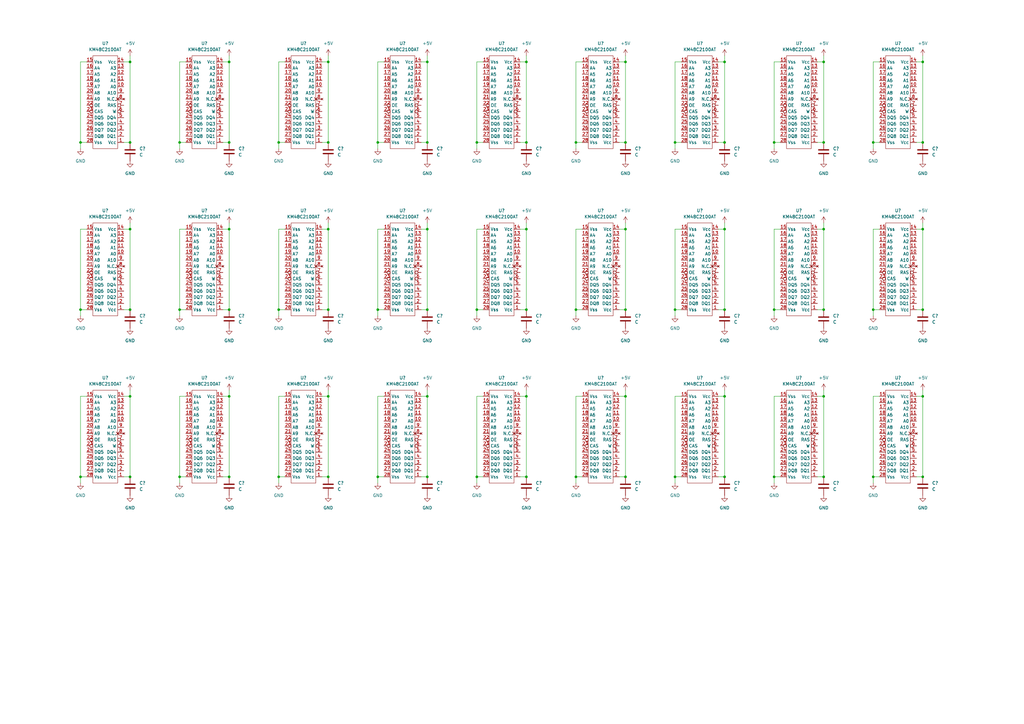
<source format=kicad_sch>
(kicad_sch (version 20211123) (generator eeschema)
  (paper "A3")
  (title_block (title "MCA-P390-MemExp") (date "2023-01-01") (rev "1") (comment 1 "License: CERN-OHL-P-2.0"))
  (lib_symbols
    (symbol "Device:C" (pin_numbers hide) (pin_names (offset 0.254))
      (property "Reference" "C" (at 0.635 2.54 0))
      (property "Value" "C" (at 0.635 -2.54 0))
      (symbol "C_0_1"
        (polyline (pts (xy -2.032 -0.762) (xy 2.032 -0.762)) (stroke (width 0.508)))
        (polyline (pts (xy -2.032 0.762) (xy 2.032 0.762)) (stroke (width 0.508)))
      )
      (symbol "C_1_1"
        (pin passive line (at 0 3.81 270) (length 2.794) (name "~") (number "1"))
        (pin passive line (at 0 -3.81 90) (length 2.794) (name "~") (number "2"))
      )
    )
    (symbol "MCA-P390-MemExp:KM48C2100AT"
      (property "Reference" "U" (at 0 22.86 0))
      (property "Value" "KM48C2100AT" (at 0 0 90))
      (symbol "KM48C2100AT_0_1"
        (polyline (pts (xy -5.08 20.32) (xy -5.08 -17.78) (xy 5.08 -17.78) (xy 5.08 20.32) (xy -5.08 20.32)))
      )
      (symbol "KM48C2100AT_1_1"
        (pin passive line (at -7.62 17.78 0) (length 2.54) (name "Vcc") (number "1"))
        (pin passive line (at -7.62 -5.08 0) (length 2.54) (name "A0") (number "10"))
        (pin passive line (at -7.62 -7.62 0) (length 2.54) (name "A1") (number "11"))
        (pin passive line (at -7.62 -10.16 0) (length 2.54) (name "A2") (number "12"))
        (pin passive line (at -7.62 -12.7 0) (length 2.54) (name "A3") (number "13"))
        (pin passive line (at -7.62 -15.24 0) (length 2.54) (name "Vcc") (number "14"))
        (pin passive line (at 7.62 -15.24 180) (length 2.54) (name "Vss") (number "15"))
        (pin passive line (at 7.62 -12.7 180) (length 2.54) (name "A4") (number "16"))
        (pin passive line (at 7.62 -10.16 180) (length 2.54) (name "A5") (number "17"))
        (pin passive line (at 7.62 -7.62 180) (length 2.54) (name "A6") (number "18"))
        (pin passive line (at 7.62 -5.08 180) (length 2.54) (name "A7") (number "19"))
        (pin passive line (at -7.62 15.24 0) (length 2.54) (name "DQ1") (number "2"))
        (pin passive line (at 7.62 -2.54 180) (length 2.54) (name "A8") (number "20"))
        (pin passive line (at 7.62 0 180) (length 2.54) (name "A9") (number "21"))
        (pin passive inverted (at 7.62 2.54 180) (length 2.54) (name "OE") (number "22"))
        (pin passive inverted (at 7.62 5.08 180) (length 2.54) (name "CAS") (number "23"))
        (pin passive line (at 7.62 7.62 180) (length 2.54) (name "DQ5") (number "24"))
        (pin passive line (at 7.62 10.16 180) (length 2.54) (name "DQ6") (number "25"))
        (pin passive line (at 7.62 12.7 180) (length 2.54) (name "DQ7") (number "26"))
        (pin passive line (at 7.62 15.24 180) (length 2.54) (name "DQ8") (number "27"))
        (pin passive line (at 7.62 17.78 180) (length 2.54) (name "Vss") (number "28"))
        (pin passive line (at -7.62 12.7 0) (length 2.54) (name "DQ2") (number "3"))
        (pin passive line (at -7.62 10.16 0) (length 2.54) (name "DQ3") (number "4"))
        (pin passive line (at -7.62 7.62 0) (length 2.54) (name "DQ4") (number "5"))
        (pin passive inverted (at -7.62 5.08 0) (length 2.54) (name "W") (number "6"))
        (pin passive inverted (at -7.62 2.54 0) (length 2.54) (name "RAS") (number "7"))
        (pin no_connect non_logic (at -7.62 0 0) (length 2.54) (name "N.C.") (number "8"))
        (pin passive line (at -7.62 -2.54 0) (length 2.54) (name "A10") (number "9"))
      )
    )
    (symbol "power:+5V" (power) (pin_names (offset 0))
      (property "Value" "+5V" (at 0 3.556 0))
      (symbol "+5V_0_1"
        (polyline (pts (xy -0.762 1.27) (xy 0 2.54)))
        (polyline (pts (xy 0 0) (xy 0 2.54)))
        (polyline (pts (xy 0 2.54) (xy 0.762 1.27)))
      )
      (symbol "+5V_1_1"
        (pin power_in line (at 0 0 90) (length 0) hide (name "+5V") (number "1"))
      )
    )
    (symbol "power:GND" (power) (pin_names (offset 0))
      (property "Value" "GND" (at 0 -3.81 0))
      (symbol "GND_0_1"
        (polyline (pts (xy 0 0) (xy 0 -1.27) (xy 1.27 -1.27) (xy 0 -2.54) (xy -1.27 -1.27) (xy 0 -1.27)))
      )
      (symbol "GND_1_1"
        (pin power_in line (at 0 0 270) (length 0) hide (name "GND") (number "1"))
      )
    )
  )
  (junction (at 215.9 162.56))
  (junction (at 134.62 93.98))
  (junction (at 154.94 58.42))
  (junction (at 175.26 127))
  (junction (at 175.26 162.56))
  (junction (at 256.54 58.42))
  (junction (at 256.54 162.56))
  (junction (at 33.02 127))
  (junction (at 53.34 195.58))
  (junction (at 33.02 58.42))
  (junction (at 358.14 58.42))
  (junction (at 378.46 58.42))
  (junction (at 33.02 195.58))
  (junction (at 337.82 162.56))
  (junction (at 93.98 127))
  (junction (at 93.98 162.56))
  (junction (at 134.62 127))
  (junction (at 195.58 127))
  (junction (at 297.18 195.58))
  (junction (at 297.18 127))
  (junction (at 53.34 93.98))
  (junction (at 236.22 127))
  (junction (at 215.9 195.58))
  (junction (at 114.3 127))
  (junction (at 337.82 93.98))
  (junction (at 378.46 127))
  (junction (at 175.26 25.4))
  (junction (at 134.62 58.42))
  (junction (at 276.86 195.58))
  (junction (at 53.34 25.4))
  (junction (at 276.86 127))
  (junction (at 114.3 58.42))
  (junction (at 337.82 127))
  (junction (at 317.5 58.42))
  (junction (at 53.34 58.42))
  (junction (at 256.54 127))
  (junction (at 114.3 195.58))
  (junction (at 154.94 195.58))
  (junction (at 256.54 25.4))
  (junction (at 93.98 58.42))
  (junction (at 53.34 162.56))
  (junction (at 276.86 58.42))
  (junction (at 93.98 195.58))
  (junction (at 317.5 127))
  (junction (at 215.9 127))
  (junction (at 73.66 195.58))
  (junction (at 215.9 25.4))
  (junction (at 337.82 195.58))
  (junction (at 73.66 127))
  (junction (at 236.22 58.42))
  (junction (at 195.58 58.42))
  (junction (at 378.46 162.56))
  (junction (at 256.54 195.58))
  (junction (at 358.14 195.58))
  (junction (at 297.18 25.4))
  (junction (at 134.62 195.58))
  (junction (at 256.54 93.98))
  (junction (at 378.46 93.98))
  (junction (at 73.66 58.42))
  (junction (at 378.46 25.4))
  (junction (at 236.22 195.58))
  (junction (at 337.82 25.4))
  (junction (at 175.26 58.42))
  (junction (at 297.18 58.42))
  (junction (at 93.98 93.98))
  (junction (at 317.5 195.58))
  (junction (at 378.46 195.58))
  (junction (at 53.34 127))
  (junction (at 175.26 93.98))
  (junction (at 154.94 127))
  (junction (at 215.9 93.98))
  (junction (at 297.18 162.56))
  (junction (at 93.98 25.4))
  (junction (at 358.14 127))
  (junction (at 134.62 25.4))
  (junction (at 337.82 58.42))
  (junction (at 134.62 162.56))
  (junction (at 297.18 93.98))
  (junction (at 215.9 58.42))
  (junction (at 175.26 195.58))
  (junction (at 195.58 195.58))
  (wire (pts (xy 175.26 22.86) (xy 175.26 25.4)))
  (wire (pts (xy 76.2 195.58) (xy 73.66 195.58)))
  (wire (pts (xy 195.58 195.58) (xy 195.58 198.12)))
  (wire (pts (xy 335.28 195.58) (xy 337.82 195.58)))
  (wire (pts (xy 375.92 162.56) (xy 378.46 162.56)))
  (wire (pts (xy 93.98 162.56) (xy 93.98 195.58)))
  (wire (pts (xy 279.4 195.58) (xy 276.86 195.58)))
  (wire (pts (xy 254 58.42) (xy 256.54 58.42)))
  (wire (pts (xy 297.18 162.56) (xy 297.18 195.58)))
  (wire (pts (xy 134.62 25.4) (xy 134.62 58.42)))
  (wire (pts (xy 73.66 162.56) (xy 76.2 162.56)))
  (wire (pts (xy 236.22 25.4) (xy 236.22 58.42)))
  (wire (pts (xy 276.86 195.58) (xy 276.86 198.12)))
  (wire (pts (xy 360.68 195.58) (xy 358.14 195.58)))
  (wire (pts (xy 279.4 127) (xy 276.86 127)))
  (wire (pts (xy 317.5 162.56) (xy 320.04 162.56)))
  (wire (pts (xy 358.14 93.98) (xy 360.68 93.98)))
  (wire (pts (xy 297.18 91.44) (xy 297.18 93.98)))
  (wire (pts (xy 276.86 25.4) (xy 279.4 25.4)))
  (wire (pts (xy 50.8 195.58) (xy 53.34 195.58)))
  (wire (pts (xy 33.02 25.4) (xy 33.02 58.42)))
  (wire (pts (xy 33.02 162.56) (xy 33.02 195.58)))
  (wire (pts (xy 215.9 160.02) (xy 215.9 162.56)))
  (wire (pts (xy 154.94 58.42) (xy 154.94 60.96)))
  (wire (pts (xy 91.44 25.4) (xy 93.98 25.4)))
  (wire (pts (xy 294.64 127) (xy 297.18 127)))
  (wire (pts (xy 320.04 58.42) (xy 317.5 58.42)))
  (wire (pts (xy 114.3 93.98) (xy 114.3 127)))
  (wire (pts (xy 132.08 58.42) (xy 134.62 58.42)))
  (wire (pts (xy 93.98 91.44) (xy 93.98 93.98)))
  (wire (pts (xy 256.54 162.56) (xy 256.54 195.58)))
  (wire (pts (xy 256.54 160.02) (xy 256.54 162.56)))
  (wire (pts (xy 93.98 25.4) (xy 93.98 58.42)))
  (wire (pts (xy 172.72 195.58) (xy 175.26 195.58)))
  (wire (pts (xy 294.64 25.4) (xy 297.18 25.4)))
  (wire (pts (xy 276.86 162.56) (xy 276.86 195.58)))
  (wire (pts (xy 116.84 195.58) (xy 114.3 195.58)))
  (wire (pts (xy 114.3 127) (xy 114.3 129.54)))
  (wire (pts (xy 254 162.56) (xy 256.54 162.56)))
  (wire (pts (xy 50.8 58.42) (xy 53.34 58.42)))
  (wire (pts (xy 50.8 127) (xy 53.34 127)))
  (wire (pts (xy 114.3 58.42) (xy 114.3 60.96)))
  (wire (pts (xy 358.14 162.56) (xy 360.68 162.56)))
  (wire (pts (xy 378.46 160.02) (xy 378.46 162.56)))
  (wire (pts (xy 35.56 195.58) (xy 33.02 195.58)))
  (wire (pts (xy 215.9 25.4) (xy 215.9 58.42)))
  (wire (pts (xy 195.58 25.4) (xy 195.58 58.42)))
  (wire (pts (xy 73.66 25.4) (xy 76.2 25.4)))
  (wire (pts (xy 195.58 25.4) (xy 198.12 25.4)))
  (wire (pts (xy 195.58 58.42) (xy 195.58 60.96)))
  (wire (pts (xy 375.92 93.98) (xy 378.46 93.98)))
  (wire (pts (xy 172.72 25.4) (xy 175.26 25.4)))
  (wire (pts (xy 73.66 93.98) (xy 76.2 93.98)))
  (wire (pts (xy 154.94 25.4) (xy 154.94 58.42)))
  (wire (pts (xy 236.22 58.42) (xy 236.22 60.96)))
  (wire (pts (xy 238.76 127) (xy 236.22 127)))
  (wire (pts (xy 134.62 162.56) (xy 134.62 195.58)))
  (wire (pts (xy 175.26 25.4) (xy 175.26 58.42)))
  (wire (pts (xy 116.84 127) (xy 114.3 127)))
  (wire (pts (xy 378.46 162.56) (xy 378.46 195.58)))
  (wire (pts (xy 157.48 58.42) (xy 154.94 58.42)))
  (wire (pts (xy 317.5 58.42) (xy 317.5 60.96)))
  (wire (pts (xy 294.64 195.58) (xy 297.18 195.58)))
  (wire (pts (xy 53.34 162.56) (xy 53.34 195.58)))
  (wire (pts (xy 73.66 195.58) (xy 73.66 198.12)))
  (wire (pts (xy 198.12 58.42) (xy 195.58 58.42)))
  (wire (pts (xy 213.36 58.42) (xy 215.9 58.42)))
  (wire (pts (xy 320.04 195.58) (xy 317.5 195.58)))
  (wire (pts (xy 154.94 162.56) (xy 157.48 162.56)))
  (wire (pts (xy 73.66 25.4) (xy 73.66 58.42)))
  (wire (pts (xy 154.94 93.98) (xy 154.94 127)))
  (wire (pts (xy 337.82 160.02) (xy 337.82 162.56)))
  (wire (pts (xy 375.92 58.42) (xy 378.46 58.42)))
  (wire (pts (xy 294.64 162.56) (xy 297.18 162.56)))
  (wire (pts (xy 360.68 127) (xy 358.14 127)))
  (wire (pts (xy 317.5 25.4) (xy 320.04 25.4)))
  (wire (pts (xy 213.36 195.58) (xy 215.9 195.58)))
  (wire (pts (xy 337.82 91.44) (xy 337.82 93.98)))
  (wire (pts (xy 236.22 162.56) (xy 236.22 195.58)))
  (wire (pts (xy 154.94 93.98) (xy 157.48 93.98)))
  (wire (pts (xy 335.28 162.56) (xy 337.82 162.56)))
  (wire (pts (xy 215.9 22.86) (xy 215.9 25.4)))
  (wire (pts (xy 317.5 162.56) (xy 317.5 195.58)))
  (wire (pts (xy 317.5 25.4) (xy 317.5 58.42)))
  (wire (pts (xy 254 25.4) (xy 256.54 25.4)))
  (wire (pts (xy 53.34 93.98) (xy 53.34 127)))
  (wire (pts (xy 157.48 195.58) (xy 154.94 195.58)))
  (wire (pts (xy 378.46 93.98) (xy 378.46 127)))
  (wire (pts (xy 215.9 162.56) (xy 215.9 195.58)))
  (wire (pts (xy 73.66 127) (xy 73.66 129.54)))
  (wire (pts (xy 375.92 195.58) (xy 378.46 195.58)))
  (wire (pts (xy 236.22 162.56) (xy 238.76 162.56)))
  (wire (pts (xy 114.3 162.56) (xy 114.3 195.58)))
  (wire (pts (xy 358.14 93.98) (xy 358.14 127)))
  (wire (pts (xy 297.18 93.98) (xy 297.18 127)))
  (wire (pts (xy 256.54 93.98) (xy 256.54 127)))
  (wire (pts (xy 134.62 91.44) (xy 134.62 93.98)))
  (wire (pts (xy 73.66 93.98) (xy 73.66 127)))
  (wire (pts (xy 236.22 93.98) (xy 236.22 127)))
  (wire (pts (xy 33.02 93.98) (xy 33.02 127)))
  (wire (pts (xy 91.44 127) (xy 93.98 127)))
  (wire (pts (xy 172.72 58.42) (xy 175.26 58.42)))
  (wire (pts (xy 236.22 127) (xy 236.22 129.54)))
  (wire (pts (xy 195.58 162.56) (xy 195.58 195.58)))
  (wire (pts (xy 154.94 127) (xy 154.94 129.54)))
  (wire (pts (xy 35.56 58.42) (xy 33.02 58.42)))
  (wire (pts (xy 35.56 127) (xy 33.02 127)))
  (wire (pts (xy 213.36 93.98) (xy 215.9 93.98)))
  (wire (pts (xy 91.44 58.42) (xy 93.98 58.42)))
  (wire (pts (xy 50.8 162.56) (xy 53.34 162.56)))
  (wire (pts (xy 134.62 93.98) (xy 134.62 127)))
  (wire (pts (xy 93.98 93.98) (xy 93.98 127)))
  (wire (pts (xy 114.3 195.58) (xy 114.3 198.12)))
  (wire (pts (xy 358.14 25.4) (xy 360.68 25.4)))
  (wire (pts (xy 317.5 195.58) (xy 317.5 198.12)))
  (wire (pts (xy 195.58 93.98) (xy 198.12 93.98)))
  (wire (pts (xy 157.48 127) (xy 154.94 127)))
  (wire (pts (xy 172.72 127) (xy 175.26 127)))
  (wire (pts (xy 53.34 160.02) (xy 53.34 162.56)))
  (wire (pts (xy 33.02 25.4) (xy 35.56 25.4)))
  (wire (pts (xy 335.28 25.4) (xy 337.82 25.4)))
  (wire (pts (xy 337.82 22.86) (xy 337.82 25.4)))
  (wire (pts (xy 317.5 127) (xy 317.5 129.54)))
  (wire (pts (xy 195.58 93.98) (xy 195.58 127)))
  (wire (pts (xy 195.58 127) (xy 195.58 129.54)))
  (wire (pts (xy 93.98 22.86) (xy 93.98 25.4)))
  (wire (pts (xy 114.3 25.4) (xy 116.84 25.4)))
  (wire (pts (xy 375.92 25.4) (xy 378.46 25.4)))
  (wire (pts (xy 132.08 195.58) (xy 134.62 195.58)))
  (wire (pts (xy 213.36 25.4) (xy 215.9 25.4)))
  (wire (pts (xy 134.62 160.02) (xy 134.62 162.56)))
  (wire (pts (xy 50.8 93.98) (xy 53.34 93.98)))
  (wire (pts (xy 33.02 162.56) (xy 35.56 162.56)))
  (wire (pts (xy 358.14 127) (xy 358.14 129.54)))
  (wire (pts (xy 375.92 127) (xy 378.46 127)))
  (wire (pts (xy 358.14 58.42) (xy 358.14 60.96)))
  (wire (pts (xy 297.18 25.4) (xy 297.18 58.42)))
  (wire (pts (xy 238.76 58.42) (xy 236.22 58.42)))
  (wire (pts (xy 91.44 195.58) (xy 93.98 195.58)))
  (wire (pts (xy 256.54 25.4) (xy 256.54 58.42)))
  (wire (pts (xy 73.66 162.56) (xy 73.66 195.58)))
  (wire (pts (xy 53.34 22.86) (xy 53.34 25.4)))
  (wire (pts (xy 93.98 160.02) (xy 93.98 162.56)))
  (wire (pts (xy 236.22 25.4) (xy 238.76 25.4)))
  (wire (pts (xy 276.86 127) (xy 276.86 129.54)))
  (wire (pts (xy 154.94 25.4) (xy 157.48 25.4)))
  (wire (pts (xy 33.02 195.58) (xy 33.02 198.12)))
  (wire (pts (xy 132.08 93.98) (xy 134.62 93.98)))
  (wire (pts (xy 337.82 93.98) (xy 337.82 127)))
  (wire (pts (xy 294.64 93.98) (xy 297.18 93.98)))
  (wire (pts (xy 236.22 195.58) (xy 236.22 198.12)))
  (wire (pts (xy 215.9 93.98) (xy 215.9 127)))
  (wire (pts (xy 114.3 93.98) (xy 116.84 93.98)))
  (wire (pts (xy 279.4 58.42) (xy 276.86 58.42)))
  (wire (pts (xy 175.26 91.44) (xy 175.26 93.98)))
  (wire (pts (xy 378.46 25.4) (xy 378.46 58.42)))
  (wire (pts (xy 378.46 91.44) (xy 378.46 93.98)))
  (wire (pts (xy 172.72 93.98) (xy 175.26 93.98)))
  (wire (pts (xy 175.26 162.56) (xy 175.26 195.58)))
  (wire (pts (xy 132.08 162.56) (xy 134.62 162.56)))
  (wire (pts (xy 297.18 22.86) (xy 297.18 25.4)))
  (wire (pts (xy 73.66 58.42) (xy 73.66 60.96)))
  (wire (pts (xy 320.04 127) (xy 317.5 127)))
  (wire (pts (xy 358.14 195.58) (xy 358.14 198.12)))
  (wire (pts (xy 276.86 93.98) (xy 279.4 93.98)))
  (wire (pts (xy 91.44 93.98) (xy 93.98 93.98)))
  (wire (pts (xy 213.36 127) (xy 215.9 127)))
  (wire (pts (xy 358.14 25.4) (xy 358.14 58.42)))
  (wire (pts (xy 254 127) (xy 256.54 127)))
  (wire (pts (xy 50.8 25.4) (xy 53.34 25.4)))
  (wire (pts (xy 236.22 93.98) (xy 238.76 93.98)))
  (wire (pts (xy 335.28 58.42) (xy 337.82 58.42)))
  (wire (pts (xy 254 195.58) (xy 256.54 195.58)))
  (wire (pts (xy 114.3 162.56) (xy 116.84 162.56)))
  (wire (pts (xy 132.08 127) (xy 134.62 127)))
  (wire (pts (xy 172.72 162.56) (xy 175.26 162.56)))
  (wire (pts (xy 337.82 25.4) (xy 337.82 58.42)))
  (wire (pts (xy 33.02 93.98) (xy 35.56 93.98)))
  (wire (pts (xy 335.28 93.98) (xy 337.82 93.98)))
  (wire (pts (xy 53.34 91.44) (xy 53.34 93.98)))
  (wire (pts (xy 294.64 58.42) (xy 297.18 58.42)))
  (wire (pts (xy 276.86 58.42) (xy 276.86 60.96)))
  (wire (pts (xy 154.94 195.58) (xy 154.94 198.12)))
  (wire (pts (xy 132.08 25.4) (xy 134.62 25.4)))
  (wire (pts (xy 358.14 162.56) (xy 358.14 195.58)))
  (wire (pts (xy 254 93.98) (xy 256.54 93.98)))
  (wire (pts (xy 337.82 162.56) (xy 337.82 195.58)))
  (wire (pts (xy 276.86 162.56) (xy 279.4 162.56)))
  (wire (pts (xy 317.5 93.98) (xy 317.5 127)))
  (wire (pts (xy 335.28 127) (xy 337.82 127)))
  (wire (pts (xy 276.86 25.4) (xy 276.86 58.42)))
  (wire (pts (xy 297.18 160.02) (xy 297.18 162.56)))
  (wire (pts (xy 317.5 93.98) (xy 320.04 93.98)))
  (wire (pts (xy 276.86 93.98) (xy 276.86 127)))
  (wire (pts (xy 238.76 195.58) (xy 236.22 195.58)))
  (wire (pts (xy 76.2 58.42) (xy 73.66 58.42)))
  (wire (pts (xy 198.12 195.58) (xy 195.58 195.58)))
  (wire (pts (xy 378.46 22.86) (xy 378.46 25.4)))
  (wire (pts (xy 198.12 127) (xy 195.58 127)))
  (wire (pts (xy 195.58 162.56) (xy 198.12 162.56)))
  (wire (pts (xy 33.02 58.42) (xy 33.02 60.96)))
  (wire (pts (xy 116.84 58.42) (xy 114.3 58.42)))
  (wire (pts (xy 213.36 162.56) (xy 215.9 162.56)))
  (wire (pts (xy 256.54 22.86) (xy 256.54 25.4)))
  (wire (pts (xy 134.62 22.86) (xy 134.62 25.4)))
  (wire (pts (xy 256.54 91.44) (xy 256.54 93.98)))
  (wire (pts (xy 91.44 162.56) (xy 93.98 162.56)))
  (wire (pts (xy 76.2 127) (xy 73.66 127)))
  (wire (pts (xy 175.26 160.02) (xy 175.26 162.56)))
  (wire (pts (xy 33.02 127) (xy 33.02 129.54)))
  (wire (pts (xy 360.68 58.42) (xy 358.14 58.42)))
  (wire (pts (xy 114.3 25.4) (xy 114.3 58.42)))
  (wire (pts (xy 175.26 93.98) (xy 175.26 127)))
  (wire (pts (xy 53.34 25.4) (xy 53.34 58.42)))
  (wire (pts (xy 215.9 91.44) (xy 215.9 93.98)))
  (wire (pts (xy 154.94 162.56) (xy 154.94 195.58)))
  (symbol (lib_id "power:+5V") (at 53.34 91.44 0) (unit 1)
    (property "Reference" "#PWR?" (effects hide))
    (property "Value" "+5V" (at 53.34 86.36 0))
  )
  (symbol (lib_id "MCA-P390-MemExp:KM48C2100AT") (at 165.1 40.64 180) (unit 1)
    (property "Reference" "U?" (at 165.1 17.78 0))
    (property "Value" "KM48C2100AT" (at 165.1 20.32 0))
  )
  (symbol (lib_id "power:GND") (at 317.5 129.54 0) (unit 1)
    (property "Reference" "#PWR?" (effects hide))
    (property "Value" "GND" (at 317.5 134.62 0))
  )
  (symbol (lib_id "power:GND") (at 236.22 129.54 0) (unit 1)
    (property "Reference" "#PWR?" (effects hide))
    (property "Value" "GND" (at 236.22 134.62 0))
  )
  (symbol (lib_id "MCA-P390-MemExp:KM48C2100AT") (at 246.38 109.22 180) (unit 1)
    (property "Reference" "U?" (at 246.38 86.36 0))
    (property "Value" "KM48C2100AT" (at 246.38 88.9 0))
  )
  (symbol (lib_id "power:GND") (at 53.34 134.62 0) (unit 1)
    (property "Reference" "#PWR?" (effects hide))
    (property "Value" "GND" (at 53.34 139.7 0))
  )
  (symbol (lib_id "power:GND") (at 317.5 60.96 0) (unit 1)
    (property "Reference" "#PWR?" (effects hide))
    (property "Value" "GND" (at 317.5 66.04 0))
  )
  (symbol (lib_id "power:+5V") (at 215.9 160.02 0) (unit 1)
    (property "Reference" "#PWR?" (effects hide))
    (property "Value" "+5V" (at 215.9 154.94 0))
  )
  (symbol (lib_id "power:GND") (at 114.3 198.12 0) (unit 1)
    (property "Reference" "#PWR?" (effects hide))
    (property "Value" "GND" (at 114.3 203.2 0))
  )
  (symbol (lib_id "MCA-P390-MemExp:KM48C2100AT") (at 43.18 177.8 180) (unit 1)
    (property "Reference" "U?" (at 43.18 154.94 0))
    (property "Value" "KM48C2100AT" (at 43.18 157.48 0))
  )
  (symbol (lib_id "MCA-P390-MemExp:KM48C2100AT") (at 165.1 177.8 180) (unit 1)
    (property "Reference" "U?" (at 165.1 154.94 0))
    (property "Value" "KM48C2100AT" (at 165.1 157.48 0))
  )
  (symbol (lib_id "power:GND") (at 175.26 134.62 0) (unit 1)
    (property "Reference" "#PWR?" (effects hide))
    (property "Value" "GND" (at 175.26 139.7 0))
  )
  (symbol (lib_id "MCA-P390-MemExp:KM48C2100AT") (at 368.3 109.22 180) (unit 1)
    (property "Reference" "U?" (at 368.3 86.36 0))
    (property "Value" "KM48C2100AT" (at 368.3 88.9 0))
  )
  (symbol (lib_id "power:GND") (at 93.98 134.62 0) (unit 1)
    (property "Reference" "#PWR?" (effects hide))
    (property "Value" "GND" (at 93.98 139.7 0))
  )
  (symbol (lib_id "power:GND") (at 175.26 66.04 0) (unit 1)
    (property "Reference" "#PWR?" (effects hide))
    (property "Value" "GND" (at 175.26 71.12 0))
  )
  (symbol (lib_id "power:GND") (at 154.94 129.54 0) (unit 1)
    (property "Reference" "#PWR?" (effects hide))
    (property "Value" "GND" (at 154.94 134.62 0))
  )
  (symbol (lib_id "power:GND") (at 215.9 203.2 0) (unit 1)
    (property "Reference" "#PWR?" (effects hide))
    (property "Value" "GND" (at 215.9 208.28 0))
  )
  (symbol (lib_id "power:GND") (at 276.86 198.12 0) (unit 1)
    (property "Reference" "#PWR?" (effects hide))
    (property "Value" "GND" (at 276.86 203.2 0))
  )
  (symbol (lib_id "Device:C") (at 134.62 62.23 0) (unit 1)
    (property "Reference" "C?" (at 138.43 60.9599 0) (effects (justify left)))
    (property "Value" "C" (at 138.43 63.4999 0) (effects (justify left)))
  )
  (symbol (lib_id "Device:C") (at 93.98 199.39 0) (unit 1)
    (property "Reference" "C?" (at 97.79 198.1199 0) (effects (justify left)))
    (property "Value" "C" (at 97.79 200.6599 0) (effects (justify left)))
  )
  (symbol (lib_id "power:+5V") (at 297.18 22.86 0) (unit 1)
    (property "Reference" "#PWR?" (effects hide))
    (property "Value" "+5V" (at 297.18 17.78 0))
  )
  (symbol (lib_id "MCA-P390-MemExp:KM48C2100AT") (at 124.46 109.22 180) (unit 1)
    (property "Reference" "U?" (at 124.46 86.36 0))
    (property "Value" "KM48C2100AT" (at 124.46 88.9 0))
  )
  (symbol (lib_id "power:GND") (at 114.3 129.54 0) (unit 1)
    (property "Reference" "#PWR?" (effects hide))
    (property "Value" "GND" (at 114.3 134.62 0))
  )
  (symbol (lib_id "power:GND") (at 134.62 66.04 0) (unit 1)
    (property "Reference" "#PWR?" (effects hide))
    (property "Value" "GND" (at 134.62 71.12 0))
  )
  (symbol (lib_id "MCA-P390-MemExp:KM48C2100AT") (at 368.3 177.8 180) (unit 1)
    (property "Reference" "U?" (at 368.3 154.94 0))
    (property "Value" "KM48C2100AT" (at 368.3 157.48 0))
  )
  (symbol (lib_id "power:GND") (at 337.82 66.04 0) (unit 1)
    (property "Reference" "#PWR?" (effects hide))
    (property "Value" "GND" (at 337.82 71.12 0))
  )
  (symbol (lib_id "power:GND") (at 93.98 66.04 0) (unit 1)
    (property "Reference" "#PWR?" (effects hide))
    (property "Value" "GND" (at 93.98 71.12 0))
  )
  (symbol (lib_id "power:GND") (at 215.9 134.62 0) (unit 1)
    (property "Reference" "#PWR?" (effects hide))
    (property "Value" "GND" (at 215.9 139.7 0))
  )
  (symbol (lib_id "MCA-P390-MemExp:KM48C2100AT") (at 287.02 40.64 180) (unit 1)
    (property "Reference" "U?" (at 287.02 17.78 0))
    (property "Value" "KM48C2100AT" (at 287.02 20.32 0))
  )
  (symbol (lib_id "power:GND") (at 358.14 198.12 0) (unit 1)
    (property "Reference" "#PWR?" (effects hide))
    (property "Value" "GND" (at 358.14 203.2 0))
  )
  (symbol (lib_id "power:GND") (at 256.54 134.62 0) (unit 1)
    (property "Reference" "#PWR?" (effects hide))
    (property "Value" "GND" (at 256.54 139.7 0))
  )
  (symbol (lib_id "power:+5V") (at 256.54 160.02 0) (unit 1)
    (property "Reference" "#PWR?" (effects hide))
    (property "Value" "+5V" (at 256.54 154.94 0))
  )
  (symbol (lib_id "power:+5V") (at 256.54 22.86 0) (unit 1)
    (property "Reference" "#PWR?" (effects hide))
    (property "Value" "+5V" (at 256.54 17.78 0))
  )
  (symbol (lib_id "MCA-P390-MemExp:KM48C2100AT") (at 287.02 109.22 180) (unit 1)
    (property "Reference" "U?" (at 287.02 86.36 0))
    (property "Value" "KM48C2100AT" (at 287.02 88.9 0))
  )
  (symbol (lib_id "MCA-P390-MemExp:KM48C2100AT") (at 43.18 40.64 180) (unit 1)
    (property "Reference" "U?" (at 43.18 17.78 0))
    (property "Value" "KM48C2100AT" (at 43.18 20.32 0))
  )
  (symbol (lib_id "power:GND") (at 195.58 129.54 0) (unit 1)
    (property "Reference" "#PWR?" (effects hide))
    (property "Value" "GND" (at 195.58 134.62 0))
  )
  (symbol (lib_id "power:GND") (at 154.94 60.96 0) (unit 1)
    (property "Reference" "#PWR?" (effects hide))
    (property "Value" "GND" (at 154.94 66.04 0))
  )
  (symbol (lib_id "power:GND") (at 276.86 129.54 0) (unit 1)
    (property "Reference" "#PWR?" (effects hide))
    (property "Value" "GND" (at 276.86 134.62 0))
  )
  (symbol (lib_id "Device:C") (at 53.34 199.39 0) (unit 1)
    (property "Reference" "C?" (at 57.15 198.1199 0) (effects (justify left)))
    (property "Value" "C" (at 57.15 200.6599 0) (effects (justify left)))
  )
  (symbol (lib_id "Device:C") (at 337.82 62.23 0) (unit 1)
    (property "Reference" "C?" (at 341.63 60.9599 0) (effects (justify left)))
    (property "Value" "C" (at 341.63 63.4999 0) (effects (justify left)))
  )
  (symbol (lib_id "Device:C") (at 175.26 62.23 0) (unit 1)
    (property "Reference" "C?" (at 179.07 60.9599 0) (effects (justify left)))
    (property "Value" "C" (at 179.07 63.4999 0) (effects (justify left)))
  )
  (symbol (lib_id "power:+5V") (at 337.82 22.86 0) (unit 1)
    (property "Reference" "#PWR?" (effects hide))
    (property "Value" "+5V" (at 337.82 17.78 0))
  )
  (symbol (lib_id "power:+5V") (at 215.9 22.86 0) (unit 1)
    (property "Reference" "#PWR?" (effects hide))
    (property "Value" "+5V" (at 215.9 17.78 0))
  )
  (symbol (lib_id "power:GND") (at 73.66 129.54 0) (unit 1)
    (property "Reference" "#PWR?" (effects hide))
    (property "Value" "GND" (at 73.66 134.62 0))
  )
  (symbol (lib_id "power:GND") (at 175.26 203.2 0) (unit 1)
    (property "Reference" "#PWR?" (effects hide))
    (property "Value" "GND" (at 175.26 208.28 0))
  )
  (symbol (lib_id "power:GND") (at 215.9 66.04 0) (unit 1)
    (property "Reference" "#PWR?" (effects hide))
    (property "Value" "GND" (at 215.9 71.12 0))
  )
  (symbol (lib_id "MCA-P390-MemExp:KM48C2100AT") (at 327.66 40.64 180) (unit 1)
    (property "Reference" "U?" (at 327.66 17.78 0))
    (property "Value" "KM48C2100AT" (at 327.66 20.32 0))
  )
  (symbol (lib_id "power:GND") (at 378.46 203.2 0) (unit 1)
    (property "Reference" "#PWR?" (effects hide))
    (property "Value" "GND" (at 378.46 208.28 0))
  )
  (symbol (lib_id "Device:C") (at 134.62 130.81 0) (unit 1)
    (property "Reference" "C?" (at 138.43 129.5399 0) (effects (justify left)))
    (property "Value" "C" (at 138.43 132.0799 0) (effects (justify left)))
  )
  (symbol (lib_id "Device:C") (at 215.9 62.23 0) (unit 1)
    (property "Reference" "C?" (at 219.71 60.9599 0) (effects (justify left)))
    (property "Value" "C" (at 219.71 63.4999 0) (effects (justify left)))
  )
  (symbol (lib_id "power:+5V") (at 378.46 91.44 0) (unit 1)
    (property "Reference" "#PWR?" (effects hide))
    (property "Value" "+5V" (at 378.46 86.36 0))
  )
  (symbol (lib_id "power:+5V") (at 378.46 22.86 0) (unit 1)
    (property "Reference" "#PWR?" (effects hide))
    (property "Value" "+5V" (at 378.46 17.78 0))
  )
  (symbol (lib_id "MCA-P390-MemExp:KM48C2100AT") (at 124.46 40.64 180) (unit 1)
    (property "Reference" "U?" (at 124.46 17.78 0))
    (property "Value" "KM48C2100AT" (at 124.46 20.32 0))
  )
  (symbol (lib_id "MCA-P390-MemExp:KM48C2100AT") (at 246.38 40.64 180) (unit 1)
    (property "Reference" "U?" (at 246.38 17.78 0))
    (property "Value" "KM48C2100AT" (at 246.38 20.32 0))
  )
  (symbol (lib_id "power:GND") (at 236.22 198.12 0) (unit 1)
    (property "Reference" "#PWR?" (effects hide))
    (property "Value" "GND" (at 236.22 203.2 0))
  )
  (symbol (lib_id "MCA-P390-MemExp:KM48C2100AT") (at 205.74 109.22 180) (unit 1)
    (property "Reference" "U?" (at 205.74 86.36 0))
    (property "Value" "KM48C2100AT" (at 205.74 88.9 0))
  )
  (symbol (lib_id "Device:C") (at 215.9 130.81 0) (unit 1)
    (property "Reference" "C?" (at 219.71 129.5399 0) (effects (justify left)))
    (property "Value" "C" (at 219.71 132.0799 0) (effects (justify left)))
  )
  (symbol (lib_id "Device:C") (at 378.46 130.81 0) (unit 1)
    (property "Reference" "C?" (at 382.27 129.5399 0) (effects (justify left)))
    (property "Value" "C" (at 382.27 132.0799 0) (effects (justify left)))
  )
  (symbol (lib_id "Device:C") (at 53.34 62.23 0) (unit 1)
    (property "Reference" "C?" (at 57.15 60.9599 0) (effects (justify left)))
    (property "Value" "C" (at 57.15 63.4999 0) (effects (justify left)))
  )
  (symbol (lib_id "Device:C") (at 378.46 199.39 0) (unit 1)
    (property "Reference" "C?" (at 382.27 198.1199 0) (effects (justify left)))
    (property "Value" "C" (at 382.27 200.6599 0) (effects (justify left)))
  )
  (symbol (lib_id "Device:C") (at 256.54 130.81 0) (unit 1)
    (property "Reference" "C?" (at 260.35 129.5399 0) (effects (justify left)))
    (property "Value" "C" (at 260.35 132.0799 0) (effects (justify left)))
  )
  (symbol (lib_id "power:GND") (at 195.58 198.12 0) (unit 1)
    (property "Reference" "#PWR?" (effects hide))
    (property "Value" "GND" (at 195.58 203.2 0))
  )
  (symbol (lib_id "power:GND") (at 337.82 203.2 0) (unit 1)
    (property "Reference" "#PWR?" (effects hide))
    (property "Value" "GND" (at 337.82 208.28 0))
  )
  (symbol (lib_id "power:+5V") (at 175.26 91.44 0) (unit 1)
    (property "Reference" "#PWR?" (effects hide))
    (property "Value" "+5V" (at 175.26 86.36 0))
  )
  (symbol (lib_id "power:GND") (at 297.18 203.2 0) (unit 1)
    (property "Reference" "#PWR?" (effects hide))
    (property "Value" "GND" (at 297.18 208.28 0))
  )
  (symbol (lib_id "Device:C") (at 256.54 199.39 0) (unit 1)
    (property "Reference" "C?" (at 260.35 198.1199 0) (effects (justify left)))
    (property "Value" "C" (at 260.35 200.6599 0) (effects (justify left)))
  )
  (symbol (lib_id "power:GND") (at 114.3 60.96 0) (unit 1)
    (property "Reference" "#PWR?" (effects hide))
    (property "Value" "GND" (at 114.3 66.04 0))
  )
  (symbol (lib_id "power:GND") (at 53.34 203.2 0) (unit 1)
    (property "Reference" "#PWR?" (effects hide))
    (property "Value" "GND" (at 53.34 208.28 0))
  )
  (symbol (lib_id "Device:C") (at 175.26 199.39 0) (unit 1)
    (property "Reference" "C?" (at 179.07 198.1199 0) (effects (justify left)))
    (property "Value" "C" (at 179.07 200.6599 0) (effects (justify left)))
  )
  (symbol (lib_id "power:GND") (at 378.46 66.04 0) (unit 1)
    (property "Reference" "#PWR?" (effects hide))
    (property "Value" "GND" (at 378.46 71.12 0))
  )
  (symbol (lib_id "power:GND") (at 337.82 134.62 0) (unit 1)
    (property "Reference" "#PWR?" (effects hide))
    (property "Value" "GND" (at 337.82 139.7 0))
  )
  (symbol (lib_id "power:GND") (at 53.34 66.04 0) (unit 1)
    (property "Reference" "#PWR?" (effects hide))
    (property "Value" "GND" (at 53.34 71.12 0))
  )
  (symbol (lib_id "power:+5V") (at 134.62 91.44 0) (unit 1)
    (property "Reference" "#PWR?" (effects hide))
    (property "Value" "+5V" (at 134.62 86.36 0))
  )
  (symbol (lib_id "power:GND") (at 276.86 60.96 0) (unit 1)
    (property "Reference" "#PWR?" (effects hide))
    (property "Value" "GND" (at 276.86 66.04 0))
  )
  (symbol (lib_id "power:+5V") (at 93.98 91.44 0) (unit 1)
    (property "Reference" "#PWR?" (effects hide))
    (property "Value" "+5V" (at 93.98 86.36 0))
  )
  (symbol (lib_id "power:GND") (at 33.02 129.54 0) (unit 1)
    (property "Reference" "#PWR?" (effects hide))
    (property "Value" "GND" (at 33.02 134.62 0))
  )
  (symbol (lib_id "MCA-P390-MemExp:KM48C2100AT") (at 124.46 177.8 180) (unit 1)
    (property "Reference" "U?" (at 124.46 154.94 0))
    (property "Value" "KM48C2100AT" (at 124.46 157.48 0))
  )
  (symbol (lib_id "MCA-P390-MemExp:KM48C2100AT") (at 205.74 177.8 180) (unit 1)
    (property "Reference" "U?" (at 205.74 154.94 0))
    (property "Value" "KM48C2100AT" (at 205.74 157.48 0))
  )
  (symbol (lib_id "power:+5V") (at 256.54 91.44 0) (unit 1)
    (property "Reference" "#PWR?" (effects hide))
    (property "Value" "+5V" (at 256.54 86.36 0))
  )
  (symbol (lib_id "MCA-P390-MemExp:KM48C2100AT") (at 83.82 109.22 180) (unit 1)
    (property "Reference" "U?" (at 83.82 86.36 0))
    (property "Value" "KM48C2100AT" (at 83.82 88.9 0))
  )
  (symbol (lib_id "MCA-P390-MemExp:KM48C2100AT") (at 327.66 177.8 180) (unit 1)
    (property "Reference" "U?" (at 327.66 154.94 0))
    (property "Value" "KM48C2100AT" (at 327.66 157.48 0))
  )
  (symbol (lib_id "power:+5V") (at 93.98 160.02 0) (unit 1)
    (property "Reference" "#PWR?" (effects hide))
    (property "Value" "+5V" (at 93.98 154.94 0))
  )
  (symbol (lib_id "Device:C") (at 297.18 199.39 0) (unit 1)
    (property "Reference" "C?" (at 300.99 198.1199 0) (effects (justify left)))
    (property "Value" "C" (at 300.99 200.6599 0) (effects (justify left)))
  )
  (symbol (lib_id "power:GND") (at 236.22 60.96 0) (unit 1)
    (property "Reference" "#PWR?" (effects hide))
    (property "Value" "GND" (at 236.22 66.04 0))
  )
  (symbol (lib_id "power:+5V") (at 134.62 22.86 0) (unit 1)
    (property "Reference" "#PWR?" (effects hide))
    (property "Value" "+5V" (at 134.62 17.78 0))
  )
  (symbol (lib_id "Device:C") (at 93.98 130.81 0) (unit 1)
    (property "Reference" "C?" (at 97.79 129.5399 0) (effects (justify left)))
    (property "Value" "C" (at 97.79 132.0799 0) (effects (justify left)))
  )
  (symbol (lib_id "power:+5V") (at 297.18 160.02 0) (unit 1)
    (property "Reference" "#PWR?" (effects hide))
    (property "Value" "+5V" (at 297.18 154.94 0))
  )
  (symbol (lib_id "power:+5V") (at 215.9 91.44 0) (unit 1)
    (property "Reference" "#PWR?" (effects hide))
    (property "Value" "+5V" (at 215.9 86.36 0))
  )
  (symbol (lib_id "power:GND") (at 134.62 203.2 0) (unit 1)
    (property "Reference" "#PWR?" (effects hide))
    (property "Value" "GND" (at 134.62 208.28 0))
  )
  (symbol (lib_id "power:GND") (at 297.18 66.04 0) (unit 1)
    (property "Reference" "#PWR?" (effects hide))
    (property "Value" "GND" (at 297.18 71.12 0))
  )
  (symbol (lib_id "power:GND") (at 256.54 66.04 0) (unit 1)
    (property "Reference" "#PWR?" (effects hide))
    (property "Value" "GND" (at 256.54 71.12 0))
  )
  (symbol (lib_id "power:GND") (at 33.02 198.12 0) (unit 1)
    (property "Reference" "#PWR?" (effects hide))
    (property "Value" "GND" (at 33.02 203.2 0))
  )
  (symbol (lib_id "MCA-P390-MemExp:KM48C2100AT") (at 83.82 40.64 180) (unit 1)
    (property "Reference" "U?" (at 83.82 17.78 0))
    (property "Value" "KM48C2100AT" (at 83.82 20.32 0))
  )
  (symbol (lib_id "power:+5V") (at 93.98 22.86 0) (unit 1)
    (property "Reference" "#PWR?" (effects hide))
    (property "Value" "+5V" (at 93.98 17.78 0))
  )
  (symbol (lib_id "MCA-P390-MemExp:KM48C2100AT") (at 327.66 109.22 180) (unit 1)
    (property "Reference" "U?" (at 327.66 86.36 0))
    (property "Value" "KM48C2100AT" (at 327.66 88.9 0))
  )
  (symbol (lib_id "power:GND") (at 358.14 129.54 0) (unit 1)
    (property "Reference" "#PWR?" (effects hide))
    (property "Value" "GND" (at 358.14 134.62 0))
  )
  (symbol (lib_id "power:GND") (at 93.98 203.2 0) (unit 1)
    (property "Reference" "#PWR?" (effects hide))
    (property "Value" "GND" (at 93.98 208.28 0))
  )
  (symbol (lib_id "power:GND") (at 73.66 60.96 0) (unit 1)
    (property "Reference" "#PWR?" (effects hide))
    (property "Value" "GND" (at 73.66 66.04 0))
  )
  (symbol (lib_id "MCA-P390-MemExp:KM48C2100AT") (at 287.02 177.8 180) (unit 1)
    (property "Reference" "U?" (at 287.02 154.94 0))
    (property "Value" "KM48C2100AT" (at 287.02 157.48 0))
  )
  (symbol (lib_id "power:GND") (at 358.14 60.96 0) (unit 1)
    (property "Reference" "#PWR?" (effects hide))
    (property "Value" "GND" (at 358.14 66.04 0))
  )
  (symbol (lib_id "Device:C") (at 175.26 130.81 0) (unit 1)
    (property "Reference" "C?" (at 179.07 129.5399 0) (effects (justify left)))
    (property "Value" "C" (at 179.07 132.0799 0) (effects (justify left)))
  )
  (symbol (lib_id "power:GND") (at 195.58 60.96 0) (unit 1)
    (property "Reference" "#PWR?" (effects hide))
    (property "Value" "GND" (at 195.58 66.04 0))
  )
  (symbol (lib_id "Device:C") (at 337.82 130.81 0) (unit 1)
    (property "Reference" "C?" (at 341.63 129.5399 0) (effects (justify left)))
    (property "Value" "C" (at 341.63 132.0799 0) (effects (justify left)))
  )
  (symbol (lib_id "power:GND") (at 154.94 198.12 0) (unit 1)
    (property "Reference" "#PWR?" (effects hide))
    (property "Value" "GND" (at 154.94 203.2 0))
  )
  (symbol (lib_id "MCA-P390-MemExp:KM48C2100AT") (at 83.82 177.8 180) (unit 1)
    (property "Reference" "U?" (at 83.82 154.94 0))
    (property "Value" "KM48C2100AT" (at 83.82 157.48 0))
  )
  (symbol (lib_id "Device:C") (at 337.82 199.39 0) (unit 1)
    (property "Reference" "C?" (at 341.63 198.1199 0) (effects (justify left)))
    (property "Value" "C" (at 341.63 200.6599 0) (effects (justify left)))
  )
  (symbol (lib_id "power:+5V") (at 297.18 91.44 0) (unit 1)
    (property "Reference" "#PWR?" (effects hide))
    (property "Value" "+5V" (at 297.18 86.36 0))
  )
  (symbol (lib_id "power:GND") (at 297.18 134.62 0) (unit 1)
    (property "Reference" "#PWR?" (effects hide))
    (property "Value" "GND" (at 297.18 139.7 0))
  )
  (symbol (lib_id "MCA-P390-MemExp:KM48C2100AT") (at 205.74 40.64 180) (unit 1)
    (property "Reference" "U?" (at 205.74 17.78 0))
    (property "Value" "KM48C2100AT" (at 205.74 20.32 0))
  )
  (symbol (lib_id "MCA-P390-MemExp:KM48C2100AT") (at 43.18 109.22 180) (unit 1)
    (property "Reference" "U?" (at 43.18 86.36 0))
    (property "Value" "KM48C2100AT" (at 43.18 88.9 0))
  )
  (symbol (lib_id "Device:C") (at 256.54 62.23 0) (unit 1)
    (property "Reference" "C?" (at 260.35 60.9599 0) (effects (justify left)))
    (property "Value" "C" (at 260.35 63.4999 0) (effects (justify left)))
  )
  (symbol (lib_id "Device:C") (at 297.18 62.23 0) (unit 1)
    (property "Reference" "C?" (at 300.99 60.9599 0) (effects (justify left)))
    (property "Value" "C" (at 300.99 63.4999 0) (effects (justify left)))
  )
  (symbol (lib_id "Device:C") (at 215.9 199.39 0) (unit 1)
    (property "Reference" "C?" (at 219.71 198.1199 0) (effects (justify left)))
    (property "Value" "C" (at 219.71 200.6599 0) (effects (justify left)))
  )
  (symbol (lib_id "power:GND") (at 73.66 198.12 0) (unit 1)
    (property "Reference" "#PWR?" (effects hide))
    (property "Value" "GND" (at 73.66 203.2 0))
  )
  (symbol (lib_id "Device:C") (at 297.18 130.81 0) (unit 1)
    (property "Reference" "C?" (at 300.99 129.5399 0) (effects (justify left)))
    (property "Value" "C" (at 300.99 132.0799 0) (effects (justify left)))
  )
  (symbol (lib_id "Device:C") (at 134.62 199.39 0) (unit 1)
    (property "Reference" "C?" (at 138.43 198.1199 0) (effects (justify left)))
    (property "Value" "C" (at 138.43 200.6599 0) (effects (justify left)))
  )
  (symbol (lib_id "power:+5V") (at 337.82 160.02 0) (unit 1)
    (property "Reference" "#PWR?" (effects hide))
    (property "Value" "+5V" (at 337.82 154.94 0))
  )
  (symbol (lib_id "MCA-P390-MemExp:KM48C2100AT") (at 165.1 109.22 180) (unit 1)
    (property "Reference" "U?" (at 165.1 86.36 0))
    (property "Value" "KM48C2100AT" (at 165.1 88.9 0))
  )
  (symbol (lib_id "power:+5V") (at 134.62 160.02 0) (unit 1)
    (property "Reference" "#PWR?" (effects hide))
    (property "Value" "+5V" (at 134.62 154.94 0))
  )
  (symbol (lib_id "power:+5V") (at 53.34 160.02 0) (unit 1)
    (property "Reference" "#PWR?" (effects hide))
    (property "Value" "+5V" (at 53.34 154.94 0))
  )
  (symbol (lib_id "Device:C") (at 378.46 62.23 0) (unit 1)
    (property "Reference" "C?" (at 382.27 60.9599 0) (effects (justify left)))
    (property "Value" "C" (at 382.27 63.4999 0) (effects (justify left)))
  )
  (symbol (lib_id "power:GND") (at 256.54 203.2 0) (unit 1)
    (property "Reference" "#PWR?" (effects hide))
    (property "Value" "GND" (at 256.54 208.28 0))
  )
  (symbol (lib_id "power:GND") (at 378.46 134.62 0) (unit 1)
    (property "Reference" "#PWR?" (effects hide))
    (property "Value" "GND" (at 378.46 139.7 0))
  )
  (symbol (lib_id "power:GND") (at 134.62 134.62 0) (unit 1)
    (property "Reference" "#PWR?" (effects hide))
    (property "Value" "GND" (at 134.62 139.7 0))
  )
  (symbol (lib_id "power:+5V") (at 378.46 160.02 0) (unit 1)
    (property "Reference" "#PWR?" (effects hide))
    (property "Value" "+5V" (at 378.46 154.94 0))
  )
  (symbol (lib_id "power:+5V") (at 175.26 22.86 0) (unit 1)
    (property "Reference" "#PWR?" (effects hide))
    (property "Value" "+5V" (at 175.26 17.78 0))
  )
  (symbol (lib_id "power:+5V") (at 175.26 160.02 0) (unit 1)
    (property "Reference" "#PWR?" (effects hide))
    (property "Value" "+5V" (at 175.26 154.94 0))
  )
  (symbol (lib_id "power:+5V") (at 337.82 91.44 0) (unit 1)
    (property "Reference" "#PWR?" (effects hide))
    (property "Value" "+5V" (at 337.82 86.36 0))
  )
  (symbol (lib_id "power:+5V") (at 53.34 22.86 0) (unit 1)
    (property "Reference" "#PWR?" (effects hide))
    (property "Value" "+5V" (at 53.34 17.78 0))
  )
  (symbol (lib_id "power:GND") (at 317.5 198.12 0) (unit 1)
    (property "Reference" "#PWR?" (effects hide))
    (property "Value" "GND" (at 317.5 203.2 0))
  )
  (symbol (lib_id "MCA-P390-MemExp:KM48C2100AT") (at 246.38 177.8 180) (unit 1)
    (property "Reference" "U?" (at 246.38 154.94 0))
    (property "Value" "KM48C2100AT" (at 246.38 157.48 0))
  )
  (symbol (lib_id "MCA-P390-MemExp:KM48C2100AT") (at 368.3 40.64 180) (unit 1)
    (property "Reference" "U?" (at 368.3 17.78 0))
    (property "Value" "KM48C2100AT" (at 368.3 20.32 0))
  )
  (symbol (lib_id "Device:C") (at 93.98 62.23 0) (unit 1)
    (property "Reference" "C?" (at 97.79 60.9599 0) (effects (justify left)))
    (property "Value" "C" (at 97.79 63.4999 0) (effects (justify left)))
  )
  (symbol (lib_id "power:GND") (at 33.02 60.96 0) (unit 1)
    (property "Reference" "#PWR?" (effects hide))
    (property "Value" "GND" (at 33.02 66.04 0))
  )
  (symbol (lib_id "Device:C") (at 53.34 130.81 0) (unit 1)
    (property "Reference" "C?" (at 57.15 129.5399 0) (effects (justify left)))
    (property "Value" "C" (at 57.15 132.0799 0) (effects (justify left)))
  )
)
</source>
